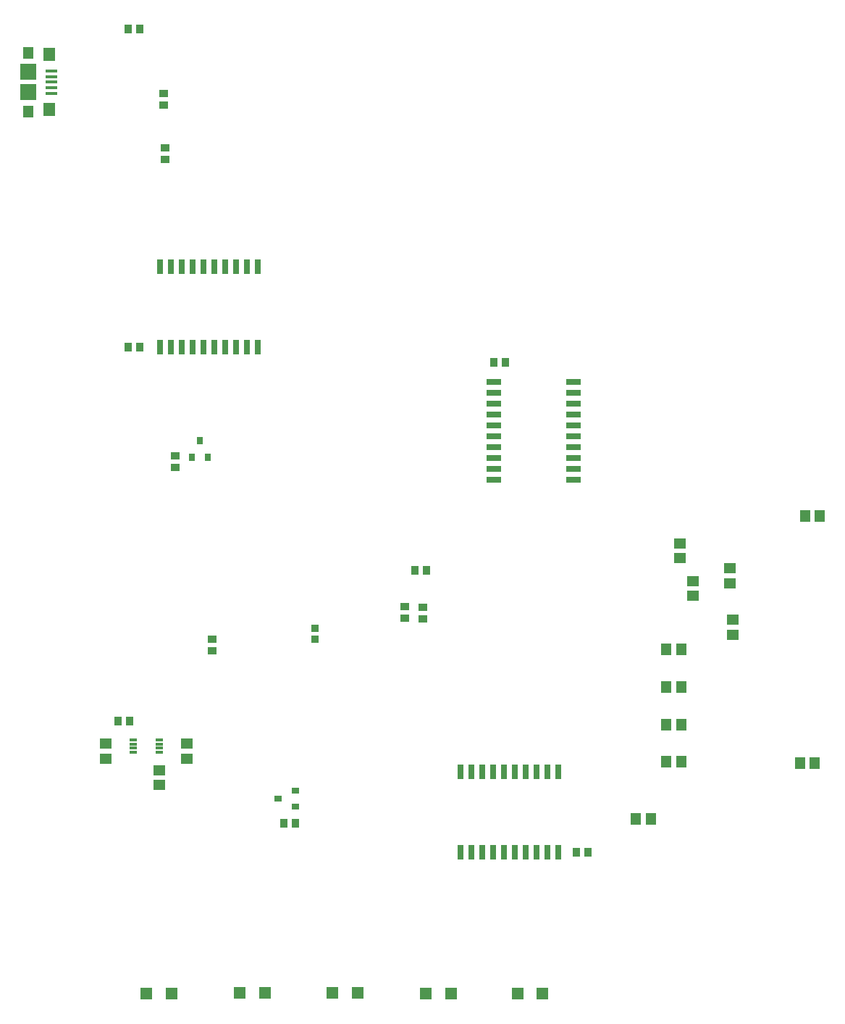
<source format=gbp>
G04*
G04 #@! TF.GenerationSoftware,Altium Limited,Altium Designer,18.1.9 (240)*
G04*
G04 Layer_Color=128*
%FSLAX25Y25*%
%MOIN*%
G70*
G01*
G75*
%ADD19R,0.05118X0.05709*%
%ADD20R,0.04528X0.05315*%
%ADD23R,0.05315X0.04528*%
%ADD26R,0.06890X0.02559*%
%ADD29R,0.03740X0.03347*%
%ADD30R,0.03937X0.03543*%
%ADD31R,0.03543X0.03937*%
%ADD41R,0.03543X0.01181*%
%ADD45R,0.05315X0.05709*%
%ADD48R,0.02559X0.06890*%
%ADD108R,0.03543X0.03150*%
%ADD109R,0.03150X0.03543*%
%ADD110R,0.05315X0.01575*%
%ADD111R,0.07480X0.07480*%
%ADD112R,0.05512X0.06299*%
D19*
X310236Y600374D02*
D03*
Y573406D02*
D03*
D20*
X672342Y273622D02*
D03*
X665453D02*
D03*
X604035Y291339D02*
D03*
X610925D02*
D03*
Y274410D02*
D03*
X604035D02*
D03*
X596752Y248031D02*
D03*
X589862D02*
D03*
X610925Y325984D02*
D03*
X604035D02*
D03*
X610925Y308661D02*
D03*
X604035D02*
D03*
X667815Y387402D02*
D03*
X674705D02*
D03*
D23*
X346063Y282579D02*
D03*
Y275689D02*
D03*
X370669Y270473D02*
D03*
Y263583D02*
D03*
X383071Y282579D02*
D03*
Y275689D02*
D03*
X616142Y357382D02*
D03*
Y350492D02*
D03*
X633228Y363287D02*
D03*
Y356398D02*
D03*
X634646Y332776D02*
D03*
Y339665D02*
D03*
X610236Y374705D02*
D03*
Y367815D02*
D03*
D26*
X561319Y448878D02*
D03*
Y443878D02*
D03*
Y438878D02*
D03*
Y433878D02*
D03*
Y428878D02*
D03*
Y423878D02*
D03*
Y418878D02*
D03*
Y413878D02*
D03*
Y408878D02*
D03*
Y403878D02*
D03*
X524508Y448878D02*
D03*
Y443878D02*
D03*
Y438878D02*
D03*
Y433878D02*
D03*
Y428878D02*
D03*
Y423878D02*
D03*
Y418878D02*
D03*
Y413878D02*
D03*
Y408878D02*
D03*
Y403878D02*
D03*
D29*
X442126Y335630D02*
D03*
Y330512D02*
D03*
D30*
X483465Y340256D02*
D03*
Y345571D02*
D03*
X492028Y339921D02*
D03*
Y345236D02*
D03*
X378051Y409547D02*
D03*
Y414862D02*
D03*
X394882Y325315D02*
D03*
Y330630D02*
D03*
X372441Y576476D02*
D03*
Y581791D02*
D03*
X373228Y556496D02*
D03*
Y551181D02*
D03*
D31*
X488287Y362205D02*
D03*
X493602D02*
D03*
X356988Y292913D02*
D03*
X351673D02*
D03*
X433071Y246063D02*
D03*
X427756D02*
D03*
X361457Y611417D02*
D03*
X356142D02*
D03*
X529921Y457874D02*
D03*
X524606D02*
D03*
X356201Y464961D02*
D03*
X361516D02*
D03*
X562697Y232776D02*
D03*
X568012D02*
D03*
D41*
X358465Y278543D02*
D03*
Y280512D02*
D03*
Y282480D02*
D03*
Y284449D02*
D03*
X370669Y278543D02*
D03*
Y280512D02*
D03*
Y282480D02*
D03*
Y284449D02*
D03*
D45*
X364567Y167717D02*
D03*
X376181D02*
D03*
X407677Y168110D02*
D03*
X419291D02*
D03*
X493307Y167717D02*
D03*
X504921D02*
D03*
X535433Y167717D02*
D03*
X547047D02*
D03*
X450394Y168110D02*
D03*
X462008D02*
D03*
D48*
X416004Y465059D02*
D03*
X411004D02*
D03*
X406004D02*
D03*
X401004D02*
D03*
X396004D02*
D03*
X391004D02*
D03*
X386004D02*
D03*
X381004D02*
D03*
X376004D02*
D03*
X371004D02*
D03*
X416004Y501870D02*
D03*
X411004D02*
D03*
X406004D02*
D03*
X401004D02*
D03*
X396004D02*
D03*
X391004D02*
D03*
X386004D02*
D03*
X381004D02*
D03*
X376004D02*
D03*
X371004D02*
D03*
X554390Y232776D02*
D03*
X549390D02*
D03*
X544390D02*
D03*
X539390D02*
D03*
X534390D02*
D03*
X529390D02*
D03*
X524390D02*
D03*
X519390D02*
D03*
X514390D02*
D03*
X509390D02*
D03*
X554390Y269587D02*
D03*
X549390D02*
D03*
X544390D02*
D03*
X539390D02*
D03*
X534390D02*
D03*
X529390D02*
D03*
X524390D02*
D03*
X519390D02*
D03*
X514390D02*
D03*
X509390D02*
D03*
D108*
X425197Y257283D02*
D03*
X433071Y253543D02*
D03*
Y261024D02*
D03*
D109*
X389272Y422047D02*
D03*
X385531Y414173D02*
D03*
X393012D02*
D03*
D110*
X320768Y584331D02*
D03*
Y586890D02*
D03*
Y592008D02*
D03*
Y589449D02*
D03*
Y581772D02*
D03*
D111*
X310236Y591614D02*
D03*
Y582165D02*
D03*
D112*
X319882Y599488D02*
D03*
Y574291D02*
D03*
M02*

</source>
